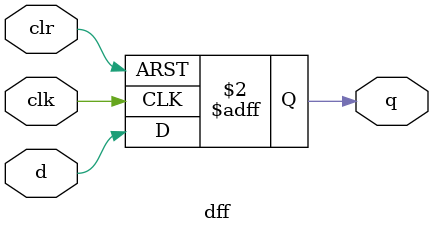
<source format=v>
module dff(input clk, input d, output reg q, input clr);
always @(posedge clk or posedge clr) begin
    if (clr) begin
        q <= 0;
    end else begin
        q <= d;
    end
end
endmodule

</source>
